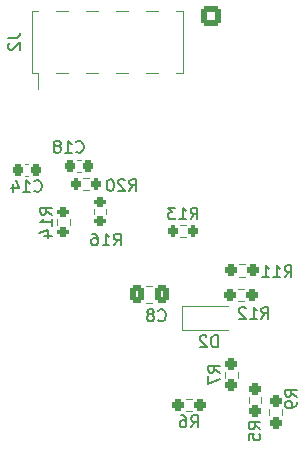
<source format=gbr>
%TF.GenerationSoftware,KiCad,Pcbnew,6.0.4-1.fc35*%
%TF.CreationDate,2022-04-05T08:49:10+01:00*%
%TF.ProjectId,cryosub_power_converter_top_v03,6372796f-7375-4625-9f70-6f7765725f63,rev?*%
%TF.SameCoordinates,Original*%
%TF.FileFunction,Legend,Bot*%
%TF.FilePolarity,Positive*%
%FSLAX45Y45*%
G04 Gerber Fmt 4.5, Leading zero omitted, Abs format (unit mm)*
G04 Created by KiCad (PCBNEW 6.0.4-1.fc35) date 2022-04-05 08:49:10*
%MOMM*%
%LPD*%
G01*
G04 APERTURE LIST*
G04 Aperture macros list*
%AMRoundRect*
0 Rectangle with rounded corners*
0 $1 Rounding radius*
0 $2 $3 $4 $5 $6 $7 $8 $9 X,Y pos of 4 corners*
0 Add a 4 corners polygon primitive as box body*
4,1,4,$2,$3,$4,$5,$6,$7,$8,$9,$2,$3,0*
0 Add four circle primitives for the rounded corners*
1,1,$1+$1,$2,$3*
1,1,$1+$1,$4,$5*
1,1,$1+$1,$6,$7*
1,1,$1+$1,$8,$9*
0 Add four rect primitives between the rounded corners*
20,1,$1+$1,$2,$3,$4,$5,0*
20,1,$1+$1,$4,$5,$6,$7,0*
20,1,$1+$1,$6,$7,$8,$9,0*
20,1,$1+$1,$8,$9,$2,$3,0*%
G04 Aperture macros list end*
%ADD10C,0.150000*%
%ADD11C,0.120000*%
%ADD12C,1.000000*%
%ADD13C,1.400000*%
%ADD14C,4.700000*%
%ADD15RoundRect,0.250000X0.600000X-0.600000X0.600000X0.600000X-0.600000X0.600000X-0.600000X-0.600000X0*%
%ADD16C,1.700000*%
%ADD17RoundRect,0.237500X-0.237500X0.250000X-0.237500X-0.250000X0.237500X-0.250000X0.237500X0.250000X0*%
%ADD18RoundRect,0.237500X0.237500X-0.250000X0.237500X0.250000X-0.237500X0.250000X-0.237500X-0.250000X0*%
%ADD19RoundRect,0.237500X-0.250000X-0.237500X0.250000X-0.237500X0.250000X0.237500X-0.250000X0.237500X0*%
%ADD20R,1.000000X3.000000*%
%ADD21RoundRect,0.250000X-0.337500X-0.475000X0.337500X-0.475000X0.337500X0.475000X-0.337500X0.475000X0*%
%ADD22RoundRect,0.225000X-0.225000X-0.250000X0.225000X-0.250000X0.225000X0.250000X-0.225000X0.250000X0*%
%ADD23RoundRect,0.200000X-0.275000X0.200000X-0.275000X-0.200000X0.275000X-0.200000X0.275000X0.200000X0*%
%ADD24RoundRect,0.200000X-0.200000X-0.275000X0.200000X-0.275000X0.200000X0.275000X-0.200000X0.275000X0*%
%ADD25RoundRect,0.237500X0.250000X0.237500X-0.250000X0.237500X-0.250000X-0.237500X0.250000X-0.237500X0*%
%ADD26RoundRect,0.200000X0.200000X0.275000X-0.200000X0.275000X-0.200000X-0.275000X0.200000X-0.275000X0*%
%ADD27R,0.900000X1.200000*%
G04 APERTURE END LIST*
D10*
%TO.C,R7*%
X12152238Y-13599583D02*
X12104619Y-13566250D01*
X12152238Y-13542440D02*
X12052238Y-13542440D01*
X12052238Y-13580536D01*
X12057000Y-13590059D01*
X12061762Y-13594821D01*
X12071286Y-13599583D01*
X12085571Y-13599583D01*
X12095095Y-13594821D01*
X12099857Y-13590059D01*
X12104619Y-13580536D01*
X12104619Y-13542440D01*
X12052238Y-13632917D02*
X12052238Y-13699583D01*
X12152238Y-13656726D01*
%TO.C,R9*%
X12805238Y-13803333D02*
X12757619Y-13770000D01*
X12805238Y-13746190D02*
X12705238Y-13746190D01*
X12705238Y-13784286D01*
X12710000Y-13793809D01*
X12714762Y-13798571D01*
X12724286Y-13803333D01*
X12738571Y-13803333D01*
X12748095Y-13798571D01*
X12752857Y-13793809D01*
X12757619Y-13784286D01*
X12757619Y-13746190D01*
X12805238Y-13850952D02*
X12805238Y-13870000D01*
X12800476Y-13879524D01*
X12795714Y-13884286D01*
X12781428Y-13893809D01*
X12762381Y-13898571D01*
X12724286Y-13898571D01*
X12714762Y-13893809D01*
X12710000Y-13889048D01*
X12705238Y-13879524D01*
X12705238Y-13860476D01*
X12710000Y-13850952D01*
X12714762Y-13846190D01*
X12724286Y-13841428D01*
X12748095Y-13841428D01*
X12757619Y-13846190D01*
X12762381Y-13850952D01*
X12767143Y-13860476D01*
X12767143Y-13879524D01*
X12762381Y-13889048D01*
X12757619Y-13893809D01*
X12748095Y-13898571D01*
%TO.C,R5*%
X12495238Y-14078333D02*
X12447619Y-14045000D01*
X12495238Y-14021190D02*
X12395238Y-14021190D01*
X12395238Y-14059286D01*
X12400000Y-14068809D01*
X12404762Y-14073571D01*
X12414286Y-14078333D01*
X12428571Y-14078333D01*
X12438095Y-14073571D01*
X12442857Y-14068809D01*
X12447619Y-14059286D01*
X12447619Y-14021190D01*
X12395238Y-14168809D02*
X12395238Y-14121190D01*
X12442857Y-14116428D01*
X12438095Y-14121190D01*
X12433333Y-14130714D01*
X12433333Y-14154524D01*
X12438095Y-14164048D01*
X12442857Y-14168809D01*
X12452381Y-14173571D01*
X12476190Y-14173571D01*
X12485714Y-14168809D01*
X12490476Y-14164048D01*
X12495238Y-14154524D01*
X12495238Y-14130714D01*
X12490476Y-14121190D01*
X12485714Y-14116428D01*
%TO.C,R6*%
X11907917Y-14063238D02*
X11941250Y-14015619D01*
X11965059Y-14063238D02*
X11965059Y-13963238D01*
X11926964Y-13963238D01*
X11917440Y-13968000D01*
X11912678Y-13972762D01*
X11907917Y-13982286D01*
X11907917Y-13996571D01*
X11912678Y-14006095D01*
X11917440Y-14010857D01*
X11926964Y-14015619D01*
X11965059Y-14015619D01*
X11822202Y-13963238D02*
X11841250Y-13963238D01*
X11850774Y-13968000D01*
X11855536Y-13972762D01*
X11865059Y-13987048D01*
X11869821Y-14006095D01*
X11869821Y-14044190D01*
X11865059Y-14053714D01*
X11860298Y-14058476D01*
X11850774Y-14063238D01*
X11831726Y-14063238D01*
X11822202Y-14058476D01*
X11817440Y-14053714D01*
X11812678Y-14044190D01*
X11812678Y-14020381D01*
X11817440Y-14010857D01*
X11822202Y-14006095D01*
X11831726Y-14001333D01*
X11850774Y-14001333D01*
X11860298Y-14006095D01*
X11865059Y-14010857D01*
X11869821Y-14020381D01*
%TO.C,J2*%
X10360238Y-10766667D02*
X10431667Y-10766667D01*
X10445952Y-10761905D01*
X10455476Y-10752381D01*
X10460238Y-10738095D01*
X10460238Y-10728571D01*
X10369762Y-10809524D02*
X10365000Y-10814286D01*
X10360238Y-10823810D01*
X10360238Y-10847619D01*
X10365000Y-10857143D01*
X10369762Y-10861905D01*
X10379286Y-10866667D01*
X10388810Y-10866667D01*
X10403095Y-10861905D01*
X10460238Y-10804762D01*
X10460238Y-10866667D01*
%TO.C,C8*%
X11631667Y-13155714D02*
X11636428Y-13160476D01*
X11650714Y-13165238D01*
X11660238Y-13165238D01*
X11674524Y-13160476D01*
X11684048Y-13150952D01*
X11688809Y-13141428D01*
X11693571Y-13122381D01*
X11693571Y-13108095D01*
X11688809Y-13089048D01*
X11684048Y-13079524D01*
X11674524Y-13070000D01*
X11660238Y-13065238D01*
X11650714Y-13065238D01*
X11636428Y-13070000D01*
X11631667Y-13074762D01*
X11574524Y-13108095D02*
X11584048Y-13103333D01*
X11588809Y-13098571D01*
X11593571Y-13089048D01*
X11593571Y-13084286D01*
X11588809Y-13074762D01*
X11584048Y-13070000D01*
X11574524Y-13065238D01*
X11555476Y-13065238D01*
X11545952Y-13070000D01*
X11541190Y-13074762D01*
X11536428Y-13084286D01*
X11536428Y-13089048D01*
X11541190Y-13098571D01*
X11545952Y-13103333D01*
X11555476Y-13108095D01*
X11574524Y-13108095D01*
X11584048Y-13112857D01*
X11588809Y-13117619D01*
X11593571Y-13127143D01*
X11593571Y-13146190D01*
X11588809Y-13155714D01*
X11584048Y-13160476D01*
X11574524Y-13165238D01*
X11555476Y-13165238D01*
X11545952Y-13160476D01*
X11541190Y-13155714D01*
X11536428Y-13146190D01*
X11536428Y-13127143D01*
X11541190Y-13117619D01*
X11545952Y-13112857D01*
X11555476Y-13108095D01*
%TO.C,C14*%
X10581786Y-12061214D02*
X10586548Y-12065976D01*
X10600833Y-12070738D01*
X10610357Y-12070738D01*
X10624643Y-12065976D01*
X10634167Y-12056452D01*
X10638929Y-12046928D01*
X10643690Y-12027881D01*
X10643690Y-12013595D01*
X10638929Y-11994548D01*
X10634167Y-11985024D01*
X10624643Y-11975500D01*
X10610357Y-11970738D01*
X10600833Y-11970738D01*
X10586548Y-11975500D01*
X10581786Y-11980262D01*
X10486548Y-12070738D02*
X10543690Y-12070738D01*
X10515119Y-12070738D02*
X10515119Y-11970738D01*
X10524643Y-11985024D01*
X10534167Y-11994548D01*
X10543690Y-11999309D01*
X10400833Y-12004071D02*
X10400833Y-12070738D01*
X10424643Y-11965976D02*
X10448452Y-12037405D01*
X10386548Y-12037405D01*
%TO.C,R14*%
X10729738Y-12262214D02*
X10682119Y-12228881D01*
X10729738Y-12205071D02*
X10629738Y-12205071D01*
X10629738Y-12243167D01*
X10634500Y-12252690D01*
X10639262Y-12257452D01*
X10648786Y-12262214D01*
X10663071Y-12262214D01*
X10672595Y-12257452D01*
X10677357Y-12252690D01*
X10682119Y-12243167D01*
X10682119Y-12205071D01*
X10729738Y-12357452D02*
X10729738Y-12300309D01*
X10729738Y-12328881D02*
X10629738Y-12328881D01*
X10644024Y-12319357D01*
X10653548Y-12309833D01*
X10658310Y-12300309D01*
X10663071Y-12443167D02*
X10729738Y-12443167D01*
X10624976Y-12419357D02*
X10696405Y-12395548D01*
X10696405Y-12457452D01*
%TO.C,R16*%
X11254286Y-12522738D02*
X11287619Y-12475119D01*
X11311428Y-12522738D02*
X11311428Y-12422738D01*
X11273333Y-12422738D01*
X11263809Y-12427500D01*
X11259048Y-12432262D01*
X11254286Y-12441786D01*
X11254286Y-12456071D01*
X11259048Y-12465595D01*
X11263809Y-12470357D01*
X11273333Y-12475119D01*
X11311428Y-12475119D01*
X11159048Y-12522738D02*
X11216190Y-12522738D01*
X11187619Y-12522738D02*
X11187619Y-12422738D01*
X11197143Y-12437024D01*
X11206667Y-12446548D01*
X11216190Y-12451309D01*
X11073333Y-12422738D02*
X11092381Y-12422738D01*
X11101905Y-12427500D01*
X11106667Y-12432262D01*
X11116190Y-12446548D01*
X11120952Y-12465595D01*
X11120952Y-12503690D01*
X11116190Y-12513214D01*
X11111429Y-12517976D01*
X11101905Y-12522738D01*
X11082857Y-12522738D01*
X11073333Y-12517976D01*
X11068571Y-12513214D01*
X11063810Y-12503690D01*
X11063810Y-12479881D01*
X11068571Y-12470357D01*
X11073333Y-12465595D01*
X11082857Y-12460833D01*
X11101905Y-12460833D01*
X11111429Y-12465595D01*
X11116190Y-12470357D01*
X11120952Y-12479881D01*
%TO.C,R20*%
X11386786Y-12062738D02*
X11420119Y-12015119D01*
X11443928Y-12062738D02*
X11443928Y-11962738D01*
X11405833Y-11962738D01*
X11396309Y-11967500D01*
X11391548Y-11972262D01*
X11386786Y-11981786D01*
X11386786Y-11996071D01*
X11391548Y-12005595D01*
X11396309Y-12010357D01*
X11405833Y-12015119D01*
X11443928Y-12015119D01*
X11348690Y-11972262D02*
X11343928Y-11967500D01*
X11334405Y-11962738D01*
X11310595Y-11962738D01*
X11301071Y-11967500D01*
X11296309Y-11972262D01*
X11291548Y-11981786D01*
X11291548Y-11991309D01*
X11296309Y-12005595D01*
X11353452Y-12062738D01*
X11291548Y-12062738D01*
X11229643Y-11962738D02*
X11220119Y-11962738D01*
X11210595Y-11967500D01*
X11205833Y-11972262D01*
X11201071Y-11981786D01*
X11196309Y-12000833D01*
X11196309Y-12024643D01*
X11201071Y-12043690D01*
X11205833Y-12053214D01*
X11210595Y-12057976D01*
X11220119Y-12062738D01*
X11229643Y-12062738D01*
X11239167Y-12057976D01*
X11243928Y-12053214D01*
X11248690Y-12043690D01*
X11253452Y-12024643D01*
X11253452Y-12000833D01*
X11248690Y-11981786D01*
X11243928Y-11972262D01*
X11239167Y-11967500D01*
X11229643Y-11962738D01*
%TO.C,R11*%
X12701786Y-12792738D02*
X12735119Y-12745119D01*
X12758928Y-12792738D02*
X12758928Y-12692738D01*
X12720833Y-12692738D01*
X12711309Y-12697500D01*
X12706548Y-12702262D01*
X12701786Y-12711786D01*
X12701786Y-12726071D01*
X12706548Y-12735595D01*
X12711309Y-12740357D01*
X12720833Y-12745119D01*
X12758928Y-12745119D01*
X12606548Y-12792738D02*
X12663690Y-12792738D01*
X12635119Y-12792738D02*
X12635119Y-12692738D01*
X12644643Y-12707024D01*
X12654167Y-12716548D01*
X12663690Y-12721309D01*
X12511309Y-12792738D02*
X12568452Y-12792738D01*
X12539881Y-12792738D02*
X12539881Y-12692738D01*
X12549405Y-12707024D01*
X12558928Y-12716548D01*
X12568452Y-12721309D01*
%TO.C,R12*%
X12504286Y-13145238D02*
X12537619Y-13097619D01*
X12561428Y-13145238D02*
X12561428Y-13045238D01*
X12523333Y-13045238D01*
X12513809Y-13050000D01*
X12509048Y-13054762D01*
X12504286Y-13064286D01*
X12504286Y-13078571D01*
X12509048Y-13088095D01*
X12513809Y-13092857D01*
X12523333Y-13097619D01*
X12561428Y-13097619D01*
X12409048Y-13145238D02*
X12466190Y-13145238D01*
X12437619Y-13145238D02*
X12437619Y-13045238D01*
X12447143Y-13059524D01*
X12456667Y-13069048D01*
X12466190Y-13073809D01*
X12370952Y-13054762D02*
X12366190Y-13050000D01*
X12356667Y-13045238D01*
X12332857Y-13045238D01*
X12323333Y-13050000D01*
X12318571Y-13054762D01*
X12313809Y-13064286D01*
X12313809Y-13073809D01*
X12318571Y-13088095D01*
X12375714Y-13145238D01*
X12313809Y-13145238D01*
%TO.C,C18*%
X10936786Y-11728214D02*
X10941548Y-11732976D01*
X10955833Y-11737738D01*
X10965357Y-11737738D01*
X10979643Y-11732976D01*
X10989167Y-11723452D01*
X10993929Y-11713928D01*
X10998690Y-11694881D01*
X10998690Y-11680595D01*
X10993929Y-11661548D01*
X10989167Y-11652024D01*
X10979643Y-11642500D01*
X10965357Y-11637738D01*
X10955833Y-11637738D01*
X10941548Y-11642500D01*
X10936786Y-11647262D01*
X10841548Y-11737738D02*
X10898690Y-11737738D01*
X10870119Y-11737738D02*
X10870119Y-11637738D01*
X10879643Y-11652024D01*
X10889167Y-11661548D01*
X10898690Y-11666309D01*
X10784405Y-11680595D02*
X10793929Y-11675833D01*
X10798690Y-11671071D01*
X10803452Y-11661548D01*
X10803452Y-11656786D01*
X10798690Y-11647262D01*
X10793929Y-11642500D01*
X10784405Y-11637738D01*
X10765357Y-11637738D01*
X10755833Y-11642500D01*
X10751071Y-11647262D01*
X10746310Y-11656786D01*
X10746310Y-11661548D01*
X10751071Y-11671071D01*
X10755833Y-11675833D01*
X10765357Y-11680595D01*
X10784405Y-11680595D01*
X10793929Y-11685357D01*
X10798690Y-11690119D01*
X10803452Y-11699643D01*
X10803452Y-11718690D01*
X10798690Y-11728214D01*
X10793929Y-11732976D01*
X10784405Y-11737738D01*
X10765357Y-11737738D01*
X10755833Y-11732976D01*
X10751071Y-11728214D01*
X10746310Y-11718690D01*
X10746310Y-11699643D01*
X10751071Y-11690119D01*
X10755833Y-11685357D01*
X10765357Y-11680595D01*
%TO.C,R13*%
X11904286Y-12302238D02*
X11937619Y-12254619D01*
X11961428Y-12302238D02*
X11961428Y-12202238D01*
X11923333Y-12202238D01*
X11913809Y-12207000D01*
X11909048Y-12211762D01*
X11904286Y-12221286D01*
X11904286Y-12235571D01*
X11909048Y-12245095D01*
X11913809Y-12249857D01*
X11923333Y-12254619D01*
X11961428Y-12254619D01*
X11809048Y-12302238D02*
X11866190Y-12302238D01*
X11837619Y-12302238D02*
X11837619Y-12202238D01*
X11847143Y-12216524D01*
X11856667Y-12226048D01*
X11866190Y-12230809D01*
X11775714Y-12202238D02*
X11713809Y-12202238D01*
X11747143Y-12240333D01*
X11732857Y-12240333D01*
X11723333Y-12245095D01*
X11718571Y-12249857D01*
X11713809Y-12259381D01*
X11713809Y-12283190D01*
X11718571Y-12292714D01*
X11723333Y-12297476D01*
X11732857Y-12302238D01*
X11761428Y-12302238D01*
X11770952Y-12297476D01*
X11775714Y-12292714D01*
%TO.C,D2*%
X12133809Y-13385238D02*
X12133809Y-13285238D01*
X12110000Y-13285238D01*
X12095714Y-13290000D01*
X12086190Y-13299524D01*
X12081428Y-13309048D01*
X12076667Y-13328095D01*
X12076667Y-13342381D01*
X12081428Y-13361428D01*
X12086190Y-13370952D01*
X12095714Y-13380476D01*
X12110000Y-13385238D01*
X12133809Y-13385238D01*
X12038571Y-13294762D02*
X12033809Y-13290000D01*
X12024286Y-13285238D01*
X12000476Y-13285238D01*
X11990952Y-13290000D01*
X11986190Y-13294762D01*
X11981428Y-13304286D01*
X11981428Y-13313809D01*
X11986190Y-13328095D01*
X12043333Y-13385238D01*
X11981428Y-13385238D01*
D11*
%TO.C,R7*%
X12302250Y-13590778D02*
X12302250Y-13641722D01*
X12197750Y-13590778D02*
X12197750Y-13641722D01*
%TO.C,R9*%
X12572750Y-13959222D02*
X12572750Y-13908278D01*
X12677250Y-13959222D02*
X12677250Y-13908278D01*
%TO.C,R5*%
X12397750Y-13808278D02*
X12397750Y-13859222D01*
X12502250Y-13808278D02*
X12502250Y-13859222D01*
%TO.C,R6*%
X11865778Y-13927250D02*
X11916722Y-13927250D01*
X11865778Y-13822750D02*
X11916722Y-13822750D01*
%TO.C,J2*%
X10559000Y-11060000D02*
X10616000Y-11060000D01*
X11276000Y-10540000D02*
X11378000Y-10540000D01*
X11530000Y-11060000D02*
X11632000Y-11060000D01*
X11022000Y-11060000D02*
X11124000Y-11060000D01*
X11276000Y-11060000D02*
X11378000Y-11060000D01*
X10559000Y-10540000D02*
X10559000Y-11060000D01*
X10559000Y-10540000D02*
X10616000Y-10540000D01*
X11784000Y-10540000D02*
X11841000Y-10540000D01*
X10616000Y-11060000D02*
X10616000Y-11196000D01*
X10768000Y-10540000D02*
X10870000Y-10540000D01*
X11530000Y-10540000D02*
X11632000Y-10540000D01*
X11022000Y-10540000D02*
X11124000Y-10540000D01*
X10768000Y-11060000D02*
X10870000Y-11060000D01*
X11784000Y-11060000D02*
X11841000Y-11060000D01*
X11841000Y-10540000D02*
X11841000Y-11060000D01*
%TO.C,C8*%
X11528875Y-12864000D02*
X11581125Y-12864000D01*
X11528875Y-13011000D02*
X11581125Y-13011000D01*
%TO.C,C14*%
X10503442Y-11831500D02*
X10531558Y-11831500D01*
X10503442Y-11933500D02*
X10531558Y-11933500D01*
%TO.C,R14*%
X10879750Y-12302774D02*
X10879750Y-12350226D01*
X10775250Y-12302774D02*
X10775250Y-12350226D01*
%TO.C,R16*%
X11085250Y-12211274D02*
X11085250Y-12258726D01*
X11189750Y-12211274D02*
X11189750Y-12258726D01*
%TO.C,R20*%
X10993774Y-12054750D02*
X11041226Y-12054750D01*
X10993774Y-11950250D02*
X11041226Y-11950250D01*
%TO.C,R11*%
X12365472Y-12787250D02*
X12314528Y-12787250D01*
X12365472Y-12682750D02*
X12314528Y-12682750D01*
%TO.C,R12*%
X12307028Y-12997250D02*
X12357972Y-12997250D01*
X12307028Y-12892750D02*
X12357972Y-12892750D01*
%TO.C,C18*%
X10945942Y-11799000D02*
X10974058Y-11799000D01*
X10945942Y-11901000D02*
X10974058Y-11901000D01*
%TO.C,R13*%
X11863726Y-12347750D02*
X11816274Y-12347750D01*
X11863726Y-12452250D02*
X11816274Y-12452250D01*
%TO.C,D2*%
X11835000Y-13240000D02*
X12225000Y-13240000D01*
X11835000Y-13040000D02*
X12225000Y-13040000D01*
X11835000Y-13240000D02*
X11835000Y-13040000D01*
%TD*%
%LPC*%
D12*
%TO.C,TP1*%
X11302500Y-12165000D03*
%TD*%
D13*
%TO.C,TP2*%
X10646000Y-12900000D03*
X10900000Y-12900000D03*
%TD*%
D14*
%TO.C,H1*%
X10400000Y-14100000D03*
%TD*%
%TO.C,H2*%
X12600000Y-11300000D03*
%TD*%
%TO.C,H3*%
X13000000Y-14100000D03*
%TD*%
D15*
%TO.C,J1*%
X12077500Y-10580000D03*
D16*
X12077500Y-10326000D03*
X12331500Y-10580000D03*
X12331500Y-10326000D03*
X12585500Y-10580000D03*
X12585500Y-10326000D03*
X12839500Y-10580000D03*
X12839500Y-10326000D03*
%TD*%
D17*
%TO.C,R7*%
X12250000Y-13525000D03*
X12250000Y-13707500D03*
%TD*%
D18*
%TO.C,R9*%
X12625000Y-14025000D03*
X12625000Y-13842500D03*
%TD*%
D17*
%TO.C,R5*%
X12450000Y-13742500D03*
X12450000Y-13925000D03*
%TD*%
D19*
%TO.C,R6*%
X11800000Y-13875000D03*
X11982500Y-13875000D03*
%TD*%
D20*
%TO.C,J2*%
X10692000Y-11052000D03*
X10692000Y-10548000D03*
X10946000Y-11052000D03*
X10946000Y-10548000D03*
X11200000Y-11052000D03*
X11200000Y-10548000D03*
X11454000Y-11052000D03*
X11454000Y-10548000D03*
X11708000Y-11052000D03*
X11708000Y-10548000D03*
%TD*%
D21*
%TO.C,C8*%
X11451250Y-12937500D03*
X11658750Y-12937500D03*
%TD*%
D22*
%TO.C,C14*%
X10440000Y-11882500D03*
X10595000Y-11882500D03*
%TD*%
D23*
%TO.C,R14*%
X10827500Y-12244000D03*
X10827500Y-12409000D03*
%TD*%
%TO.C,R16*%
X11137500Y-12152500D03*
X11137500Y-12317500D03*
%TD*%
D24*
%TO.C,R20*%
X10935000Y-12002500D03*
X11100000Y-12002500D03*
%TD*%
D25*
%TO.C,R11*%
X12431250Y-12735000D03*
X12248750Y-12735000D03*
%TD*%
D19*
%TO.C,R12*%
X12241250Y-12945000D03*
X12423750Y-12945000D03*
%TD*%
D22*
%TO.C,C18*%
X10882500Y-11850000D03*
X11037500Y-11850000D03*
%TD*%
D26*
%TO.C,R13*%
X11922500Y-12400000D03*
X11757500Y-12400000D03*
%TD*%
D27*
%TO.C,D2*%
X11895000Y-13140000D03*
X12225000Y-13140000D03*
%TD*%
M02*

</source>
